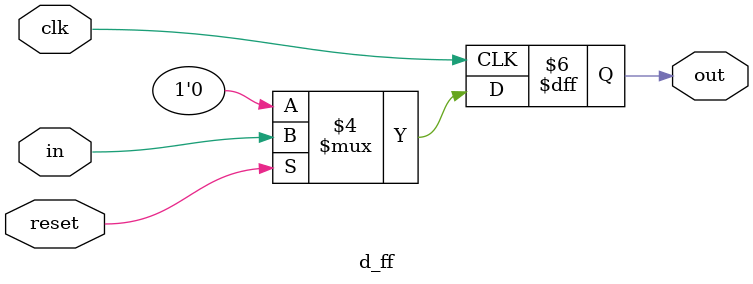
<source format=v>
`timescale 1ns / 1ps

module d_ff(input clk, input reset, input in, output reg out);

always @(negedge clk)
    begin
        if(reset == 1'b0)
            out = 1'b0;
        else
            out = in;
    end
endmodule

</source>
